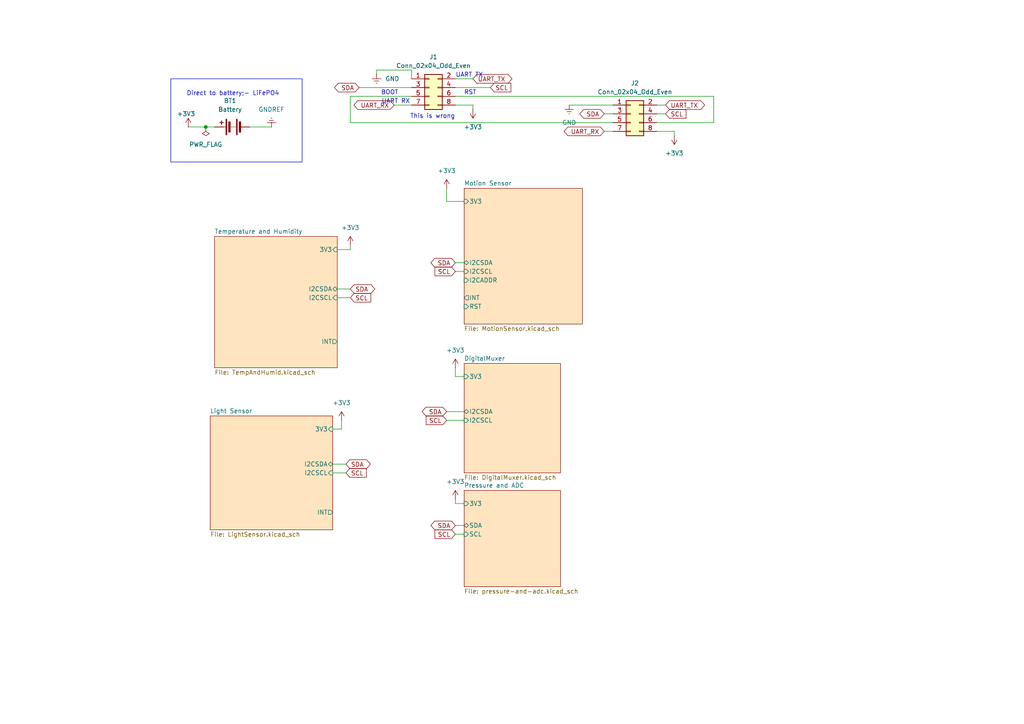
<source format=kicad_sch>
(kicad_sch (version 20231120) (generator "eeschema") (generator_version "8.0")
  (paper "A4")
  (lib_symbols
    (symbol "Connector_Generic:Conn_02x04_Odd_Even" (pin_names (offset 1.016) hide)
      (property "Reference" "J" (at 1.27 5.08 0))
      (property "Value" "Conn_02x04_Odd_Even" (at 1.27 -7.62 0))
      (symbol "Conn_02x04_Odd_Even_1_1"
        (rectangle (start -1.27 -4.953) (end 0 -5.207) (stroke (width 0.1524)))
        (rectangle (start -1.27 -2.413) (end 0 -2.667) (stroke (width 0.1524)))
        (rectangle (start -1.27 0.127) (end 0 -0.127) (stroke (width 0.1524)))
        (rectangle (start -1.27 2.667) (end 0 2.413) (stroke (width 0.1524)))
        (rectangle (start -1.27 3.81) (end 3.81 -6.35) (stroke (width 0.254)) (fill (type background)))
        (rectangle (start 3.81 -4.953) (end 2.54 -5.207) (stroke (width 0.1524)))
        (rectangle (start 3.81 -2.413) (end 2.54 -2.667) (stroke (width 0.1524)))
        (rectangle (start 3.81 0.127) (end 2.54 -0.127) (stroke (width 0.1524)))
        (rectangle (start 3.81 2.667) (end 2.54 2.413) (stroke (width 0.1524)))
        (pin passive line (at -5.08 2.54 0) (length 3.81) (name "Pin_1") (number "1"))
        (pin passive line (at 7.62 2.54 180) (length 3.81) (name "Pin_2") (number "2"))
        (pin passive line (at -5.08 0 0) (length 3.81) (name "Pin_3") (number "3"))
        (pin passive line (at 7.62 0 180) (length 3.81) (name "Pin_4") (number "4"))
        (pin passive line (at -5.08 -2.54 0) (length 3.81) (name "Pin_5") (number "5"))
        (pin passive line (at 7.62 -2.54 180) (length 3.81) (name "Pin_6") (number "6"))
        (pin passive line (at -5.08 -5.08 0) (length 3.81) (name "Pin_7") (number "7"))
        (pin passive line (at 7.62 -5.08 180) (length 3.81) (name "Pin_8") (number "8"))
      )
    )
    (symbol "Device:Battery" (pin_numbers hide) (pin_names (offset 0) hide)
      (property "Reference" "BT" (at 2.54 2.54 0))
      (property "Value" "Battery" (at 2.54 0 0))
      (symbol "Battery_0_1"
        (rectangle (start -2.286 -1.27) (end 2.286 -1.524) (fill (type outline)))
        (rectangle (start -2.286 1.778) (end 2.286 1.524) (fill (type outline)))
        (rectangle (start -1.524 -2.032) (end 1.524 -2.54) (fill (type outline)))
        (rectangle (start -1.524 1.016) (end 1.524 0.508) (fill (type outline)))
        (polyline (pts (xy 0 -1.016) (xy 0 -0.762)))
        (polyline (pts (xy 0 -0.508) (xy 0 -0.254)))
        (polyline (pts (xy 0 0) (xy 0 0.254)))
        (polyline (pts (xy 0 1.778) (xy 0 2.54)))
        (polyline (pts (xy 0.762 3.048) (xy 1.778 3.048)) (stroke (width 0.254)))
        (polyline (pts (xy 1.27 3.556) (xy 1.27 2.54)) (stroke (width 0.254)))
      )
      (symbol "Battery_1_1"
        (pin passive line (at 0 5.08 270) (length 2.54) (name "+") (number "1"))
        (pin passive line (at 0 -5.08 90) (length 2.54) (name "-") (number "2"))
      )
    )
    (symbol "PartsLib:GNDREF" (power) (pin_numbers hide) (pin_names (offset 0) hide)
      (property "Value" "GNDREF" (at 0 -3.81 0))
      (symbol "GNDREF_0_1"
        (polyline (pts (xy -0.635 -1.905) (xy 0.635 -1.905)))
        (polyline (pts (xy -0.127 -2.54) (xy 0.127 -2.54)))
        (polyline (pts (xy 0 -1.27) (xy 0 0)))
        (polyline (pts (xy 1.27 -1.27) (xy -1.27 -1.27)))
      )
      (symbol "GNDREF_1_1"
        (pin power_in line (at 0 0 270) (length 0) (name "~") (number "1"))
      )
    )
    (symbol "Peanut:+3V3" (power) (pin_numbers hide) (pin_names (offset 0) hide)
      (property "Value" "+3V3" (at 0 3.556 0))
      (symbol "+3V3_0_1"
        (polyline (pts (xy -0.762 1.27) (xy 0 2.54)))
        (polyline (pts (xy 0 0) (xy 0 2.54)))
        (polyline (pts (xy 0 2.54) (xy 0.762 1.27)))
      )
      (symbol "+3V3_1_1"
        (pin power_in line (at 0 0 90) (length 0) (name "~") (number "1"))
      )
    )
    (symbol "Peanut:GND" (power) (pin_numbers hide) (pin_names (offset 0) hide)
      (property "Value" "GND" (at 0 -3.81 0))
      (symbol "GND_0_1"
        (polyline (pts (xy -0.635 -1.905) (xy 0.635 -1.905)))
        (polyline (pts (xy -0.127 -2.54) (xy 0.127 -2.54)))
        (polyline (pts (xy 0 -1.27) (xy 0 0)))
        (polyline (pts (xy 1.27 -1.27) (xy -1.27 -1.27)))
      )
      (symbol "GND_1_1"
        (pin power_in line (at 0 0 270) (length 0) (name "~") (number "1"))
      )
    )
    (symbol "power:+3V3" (power) (pin_numbers hide) (pin_names (offset 0) hide)
      (property "Value" "+3V3" (at 0 3.556 0))
      (symbol "+3V3_0_1"
        (polyline (pts (xy -0.762 1.27) (xy 0 2.54)))
        (polyline (pts (xy 0 0) (xy 0 2.54)))
        (polyline (pts (xy 0 2.54) (xy 0.762 1.27)))
      )
      (symbol "+3V3_1_1"
        (pin power_in line (at 0 0 90) (length 0) (name "~") (number "1"))
      )
    )
    (symbol "power:PWR_FLAG" (power) (pin_numbers hide) (pin_names (offset 0) hide)
      (property "Value" "PWR_FLAG" (at 0 3.81 0))
      (symbol "PWR_FLAG_0_0"
        (pin power_out line (at 0 0 90) (length 0) (name "~") (number "1"))
      )
      (symbol "PWR_FLAG_0_1"
        (polyline (pts (xy 0 0) (xy 0 1.27) (xy -1.016 1.905) (xy 0 2.54) (xy 1.016 1.905) (xy 0 1.27)))
      )
    )
  )
  (junction (at 59.69 36.83))
  (wire (pts (xy 137.16 30.48) (xy 132.08 30.48)))
  (wire (pts (xy 54.61 36.83) (xy 59.69 36.83)))
  (wire (pts (xy 129.54 58.42) (xy 129.54 54.61)))
  (wire (pts (xy 132.08 78.74) (xy 134.62 78.74)))
  (wire (pts (xy 193.04 33.02) (xy 190.5 33.02)))
  (wire (pts (xy 132.08 146.05) (xy 134.62 146.05)))
  (wire (pts (xy 132.08 22.86) (xy 137.16 22.86)))
  (wire (pts (xy 195.58 39.37) (xy 195.58 38.1)))
  (wire (pts (xy 132.08 152.4) (xy 134.62 152.4)))
  (wire (pts (xy 165.1 30.48) (xy 177.8 30.48)))
  (wire (pts (xy 195.58 38.1) (xy 190.5 38.1)))
  (wire (pts (xy 114.3 30.48) (xy 119.38 30.48)))
  (wire (pts (xy 137.16 31.75) (xy 137.16 30.48)))
  (wire (pts (xy 96.52 124.46) (xy 99.06 124.46)))
  (wire (pts (xy 129.54 121.92) (xy 134.62 121.92)))
  (wire (pts (xy 72.39 36.83) (xy 78.74 36.83)))
  (wire (pts (xy 129.54 119.38) (xy 134.62 119.38)))
  (wire (pts (xy 193.04 30.48) (xy 190.5 30.48)))
  (wire (pts (xy 119.38 20.32) (xy 119.38 22.86)))
  (wire (pts (xy 132.08 109.22) (xy 134.62 109.22)))
  (wire (pts (xy 97.79 86.36) (xy 101.6 86.36)))
  (wire (pts (xy 207.01 27.94) (xy 207.01 35.56)))
  (wire (pts (xy 177.8 35.56) (xy 101.6 35.56)))
  (wire (pts (xy 101.6 35.56) (xy 101.6 27.94)))
  (wire (pts (xy 132.08 106.68) (xy 132.08 109.22)))
  (wire (pts (xy 99.06 121.92) (xy 99.06 124.46)))
  (wire (pts (xy 175.26 38.1) (xy 177.8 38.1)))
  (wire (pts (xy 132.08 25.4) (xy 142.24 25.4)))
  (wire (pts (xy 132.08 154.94) (xy 134.62 154.94)))
  (wire (pts (xy 109.22 20.32) (xy 119.38 20.32)))
  (wire (pts (xy 175.26 33.02) (xy 177.8 33.02)))
  (wire (pts (xy 190.5 35.56) (xy 207.01 35.56)))
  (wire (pts (xy 97.79 83.82) (xy 101.6 83.82)))
  (wire (pts (xy 104.14 25.4) (xy 119.38 25.4)))
  (wire (pts (xy 109.22 20.32) (xy 109.22 21.59)))
  (wire (pts (xy 96.52 134.62) (xy 100.33 134.62)))
  (wire (pts (xy 134.62 58.42) (xy 129.54 58.42)))
  (wire (pts (xy 96.52 137.16) (xy 100.33 137.16)))
  (wire (pts (xy 97.79 72.39) (xy 101.6 72.39)))
  (wire (pts (xy 101.6 72.39) (xy 101.6 71.12)))
  (wire (pts (xy 62.23 36.83) (xy 59.69 36.83)))
  (wire (pts (xy 132.08 27.94) (xy 207.01 27.94)))
  (wire (pts (xy 101.6 27.94) (xy 119.38 27.94)))
  (wire (pts (xy 132.08 144.78) (xy 132.08 146.05)))
  (wire (pts (xy 132.08 76.2) (xy 134.62 76.2)))
  (rectangle (start 49.53 22.86) (end 87.63 46.99))
  (text "UART TX" (at 136.144 21.844 0) (effects (font (size 1.27 1.27))))
  (text "Direct to battery;- LiFePO4" (at 67.564 27.178 0) (effects (font (size 1.27 1.27))))
  (text "BOOT" (at 113.03 26.924 0) (effects (font (size 1.27 1.27))))
  (text "UART RX" (at 114.808 29.464 0) (effects (font (size 1.27 1.27))))
  (text "RST" (at 136.398 26.924 0) (effects (font (size 1.27 1.27))))
  (text "This is wrong" (at 125.476 33.782 0) (effects (font (size 1.27 1.27))))
  (global_label "UART_RX" (shape bidirectional) (at 114.3 30.48 180) (property "Intersheetrefs" "${INTERSHEET_REFS}" (effects (hide yes))))
  (global_label "UART_TX" (shape bidirectional) (at 137.16 22.86 0) (property "Intersheetrefs" "${INTERSHEET_REFS}" (effects (hide yes))))
  (global_label "SCL" (shape input) (at 132.08 78.74 180) (property "Intersheetrefs" "${INTERSHEET_REFS}" (effects (hide yes))))
  (global_label "SCL" (shape input) (at 101.6 86.36 0) (property "Intersheetrefs" "${INTERSHEET_REFS}" (effects (hide yes))))
  (global_label "SDA" (shape bidirectional) (at 129.54 119.38 180) (property "Intersheetrefs" "${INTERSHEET_REFS}" (effects (hide yes))))
  (global_label "SDA" (shape bidirectional) (at 132.08 152.4 180) (property "Intersheetrefs" "${INTERSHEET_REFS}" (effects (hide yes))))
  (global_label "UART_RX" (shape bidirectional) (at 175.26 38.1 180) (property "Intersheetrefs" "${INTERSHEET_REFS}" (effects (hide yes))))
  (global_label "SDA" (shape bidirectional) (at 100.33 134.62 0) (property "Intersheetrefs" "${INTERSHEET_REFS}" (effects (hide yes))))
  (global_label "SCL" (shape input) (at 100.33 137.16 0) (property "Intersheetrefs" "${INTERSHEET_REFS}" (effects (hide yes))))
  (global_label "SDA" (shape bidirectional) (at 132.08 76.2 180) (property "Intersheetrefs" "${INTERSHEET_REFS}" (effects (hide yes))))
  (global_label "SCL" (shape input) (at 129.54 121.92 180) (property "Intersheetrefs" "${INTERSHEET_REFS}" (effects (hide yes))))
  (global_label "SCL" (shape input) (at 193.04 33.02 0) (property "Intersheetrefs" "${INTERSHEET_REFS}" (effects (hide yes))))
  (global_label "SCL" (shape input) (at 142.24 25.4 0) (property "Intersheetrefs" "${INTERSHEET_REFS}" (effects (hide yes))))
  (global_label "SCL" (shape input) (at 132.08 154.94 180) (property "Intersheetrefs" "${INTERSHEET_REFS}" (effects (hide yes))))
  (global_label "SDA" (shape bidirectional) (at 104.14 25.4 180) (property "Intersheetrefs" "${INTERSHEET_REFS}" (effects (hide yes))))
  (global_label "SDA" (shape bidirectional) (at 101.6 83.82 0) (property "Intersheetrefs" "${INTERSHEET_REFS}" (effects (hide yes))))
  (global_label "SDA" (shape bidirectional) (at 175.26 33.02 180) (property "Intersheetrefs" "${INTERSHEET_REFS}" (effects (hide yes))))
  (global_label "UART_TX" (shape bidirectional) (at 193.04 30.48 0) (property "Intersheetrefs" "${INTERSHEET_REFS}" (effects (hide yes))))
  (symbol (lib_id "power:PWR_FLAG") (at 59.69 36.83 180) (unit 1)
    (property "Reference" "#FLG01" (effects (hide yes)))
    (property "Value" "PWR_FLAG" (at 59.69 41.91 0))
    (property "Description" "Special symbol for telling ERC where power comes from" (effects (hide yes)))
  )
  (symbol (lib_id "power:+3V3") (at 54.61 36.83 0) (unit 1)
    (property "Reference" "#PWR010" (effects (hide yes)))
    (property "Value" "+3V3" (at 51.308 33.02 0) (effects (justify left)))
    (property "Description" "Power symbol creates a global label with name \"+3V3\"" (effects (hide yes)))
  )
  (symbol (lib_id "Peanut:+3V3") (at 99.06 121.92 0) (unit 1)
    (property "Reference" "#PWR024" (effects (hide yes)))
    (property "Value" "+3V3" (at 99.06 116.84 0))
    (property "Description" "Power symbol creates a global label with name \"+3V3\"" (effects (hide yes)))
  )
  (symbol (lib_id "Peanut:GND") (at 165.1 30.48 0) (unit 1)
    (property "Reference" "#PWR021" (effects (hide yes)))
    (property "Value" "GND" (at 165.1 35.56 0))
    (property "Description" "Power symbol creates a global label with name \"GNDREF\" , reference supply ground" (effects (hide yes)))
  )
  (symbol (lib_id "Peanut:+3V3") (at 129.54 54.61 0) (unit 1)
    (property "Reference" "#PWR012" (effects (hide yes)))
    (property "Value" "+3V3" (at 129.54 49.53 0))
    (property "Description" "Power symbol creates a global label with name \"+3V3\"" (effects (hide yes)))
  )
  (symbol (lib_id "Connector_Generic:Conn_02x04_Odd_Even") (at 182.88 33.02 0) (unit 1)
    (property "Reference" "J2" (at 184.15 24.13 0))
    (property "Value" "Conn_02x04_Odd_Even" (at 184.15 26.67 0))
    (property "Footprint" "Connector_PinHeader_2.54mm:PinHeader_2x04_P2.54mm_Horizontal" (effects (hide yes)))
    (property "Description" "Generic connector, double row, 02x04, odd/even pin numbering scheme (row 1 odd numbers, row 2 even numbers), script generated (kicad-library-utils/schlib/autogen/connector/)" (effects (hide yes)))
  )
  (symbol (lib_id "PartsLib:GNDREF") (at 78.74 36.83 180) (unit 1)
    (property "Reference" "#PWR011" (effects (hide yes)))
    (property "Value" "GNDREF" (at 78.74 31.75 0))
    (property "Description" "Power symbol creates a global label with name \"GNDREF\" , reference supply ground" (effects (hide yes)))
  )
  (symbol (lib_id "Peanut:+3V3") (at 137.16 31.75 180) (unit 1)
    (property "Reference" "#PWR017" (effects (hide yes)))
    (property "Value" "+3V3" (at 137.16 36.83 0))
    (property "Description" "Power symbol creates a global label with name \"+3V3\"" (effects (hide yes)))
  )
  (symbol (lib_id "Peanut:+3V3") (at 132.08 106.68 0) (unit 1)
    (property "Reference" "#PWR023" (effects (hide yes)))
    (property "Value" "+3V3" (at 132.08 101.6 0))
    (property "Description" "Power symbol creates a global label with name \"+3V3\"" (effects (hide yes)))
  )
  (symbol (lib_id "Peanut:GND") (at 109.22 21.59 0) (unit 1)
    (property "Reference" "#PWR016" (effects (hide yes)))
    (property "Value" "GND" (at 111.76 22.8599 0) (effects (justify left)))
    (property "Description" "Power symbol creates a global label with name \"GNDREF\" , reference supply ground" (effects (hide yes)))
  )
  (symbol (lib_id "Peanut:+3V3") (at 132.08 144.78 0) (unit 1)
    (property "Reference" "#PWR025" (effects (hide yes)))
    (property "Value" "+3V3" (at 132.08 139.7 0))
    (property "Description" "Power symbol creates a global label with name \"+3V3\"" (effects (hide yes)))
  )
  (symbol (lib_id "Device:Battery") (at 67.31 36.83 90) (unit 1)
    (property "Reference" "BT1" (at 66.7385 29.21 90))
    (property "Value" "Battery" (at 66.7385 31.75 90))
    (property "Footprint" "Battery:BatteryHolder_Keystone_2460_1xAA" (effects (hide yes)))
    (property "Description" "Multiple-cell battery" (effects (hide yes)))
  )
  (symbol (lib_id "Peanut:+3V3") (at 195.58 39.37 180) (unit 1)
    (property "Reference" "#PWR020" (effects (hide yes)))
    (property "Value" "+3V3" (at 195.58 44.45 0))
    (property "Description" "Power symbol creates a global label with name \"+3V3\"" (effects (hide yes)))
  )
  (symbol (lib_id "Connector_Generic:Conn_02x04_Odd_Even") (at 124.46 25.4 0) (unit 1)
    (property "Reference" "J1" (at 125.73 16.51 0))
    (property "Value" "Conn_02x04_Odd_Even" (at 125.73 19.05 0))
    (property "Footprint" "Connector_PinSocket_2.54mm:PinSocket_2x04_P2.54mm_Vertical" (effects (hide yes)))
    (property "Description" "Generic connector, double row, 02x04, odd/even pin numbering scheme (row 1 odd numbers, row 2 even numbers), script generated (kicad-library-utils/schlib/autogen/connector/)" (effects (hide yes)))
  )
  (symbol (lib_id "Peanut:+3V3") (at 101.6 71.12 0) (unit 1)
    (property "Reference" "#PWR022" (effects (hide yes)))
    (property "Value" "+3V3" (at 101.6 66.04 0))
    (property "Description" "Power symbol creates a global label with name \"+3V3\"" (effects (hide yes)))
  )
  (sheet (at 60.96 120.65) (size 35.56 33.02) (stroke (width 0.1524)) (fill (color 255 229 191 1.0000))
    (property "Sheetname" "Light Sensor" (at 60.96 119.9384 0) (effects (justify left bottom)))
    (property "Sheetfile" "LightSensor.kicad_sch" (at 60.96 154.2546 0) (effects (justify left top)))
    (pin "3V3" input (at 96.52 124.46 0))
    (pin "I2CSDA" bidirectional (at 96.52 134.62 0))
    (pin "I2CSCL" input (at 96.52 137.16 0))
    (pin "INT" output (at 96.52 148.59 0))
  )
  (sheet (at 134.62 105.41) (size 27.94 31.75) (stroke (width 0.1524)) (fill (color 255 229 191 1.0000))
    (property "Sheetname" "DigitalMuxer" (at 134.62 104.6984 0) (effects (justify left bottom)))
    (property "Sheetfile" "DigitalMuxer.kicad_sch" (at 134.62 137.7446 0) (effects (justify left top)))
    (pin "3V3" input (at 134.62 109.22 180))
    (pin "I2CSDA" bidirectional (at 134.62 119.38 180))
    (pin "I2CSCL" input (at 134.62 121.92 180))
  )
  (sheet (at 62.23 68.58) (size 35.56 38.1) (stroke (width 0.1524)) (fill (color 255 229 191 1.0000))
    (property "Sheetname" "Temperature and Humidity" (at 62.23 67.8684 0) (effects (justify left bottom)))
    (property "Sheetfile" "TempAndHumid.kicad_sch" (at 62.23 107.2646 0) (effects (justify left top)))
    (pin "3V3" input (at 97.79 72.39 0))
    (pin "INT" output (at 97.79 99.06 0))
    (pin "I2CSCL" input (at 97.79 86.36 0))
    (pin "I2CSDA" bidirectional (at 97.79 83.82 0))
  )
  (sheet (at 134.62 142.24) (size 27.94 27.94) (stroke (width 0.1524)) (fill (color 255 229 191 1.0000))
    (property "Sheetname" "Pressure and ADC" (at 134.62 141.5284 0) (effects (justify left bottom)))
    (property "Sheetfile" "pressure-and-adc.kicad_sch" (at 134.62 170.7646 0) (effects (justify left top)))
    (pin "3V3" input (at 134.62 146.05 180))
    (pin "SCL" input (at 134.62 154.94 180))
    (pin "SDA" bidirectional (at 134.62 152.4 180))
  )
  (sheet (at 134.62 54.61) (size 34.29 39.37) (stroke (width 0.1524)) (fill (color 255 229 191 1.0000))
    (property "Sheetname" "Motion Sensor" (at 134.62 53.8984 0) (effects (justify left bottom)))
    (property "Sheetfile" "MotionSensor.kicad_sch" (at 134.62 94.5646 0) (effects (justify left top)))
    (pin "I2CSDA" bidirectional (at 134.62 76.2 180))
    (pin "INT" output (at 134.62 86.36 180))
    (pin "I2CSCL" input (at 134.62 78.74 180))
    (pin "I2CADDR" input (at 134.62 81.28 180))
    (pin "RST" input (at 134.62 88.9 180))
    (pin "3V3" input (at 134.62 58.42 180))
  )
)
</source>
